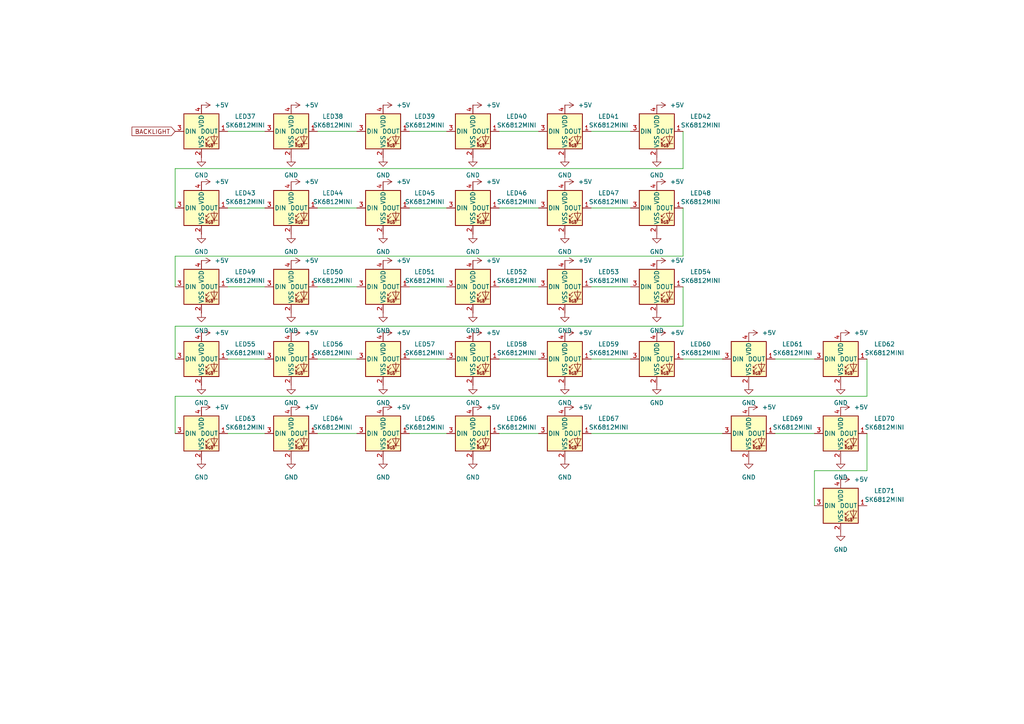
<source format=kicad_sch>
(kicad_sch (version 20211123) (generator eeschema)
  (paper "A4")
  (lib_symbols
    (symbol "LED:SK6812MINI" (pin_names (offset 0.254))
      (property "Reference" "D" (at 5.08 5.715 0))
      (property "Value" "SK6812MINI" (at 1.27 -5.715 0))
      (symbol "SK6812MINI_0_0"
        (text "RGB" (at 2.286 -4.191 0) (effects (font (size 0.762 0.762))))
      )
      (symbol "SK6812MINI_0_1"
        (polyline (pts (xy 1.27 -3.556) (xy 1.778 -3.556)))
        (polyline (pts (xy 1.27 -2.54) (xy 1.778 -2.54)))
        (polyline (pts (xy 4.699 -3.556) (xy 2.667 -3.556)))
        (polyline (pts (xy 2.286 -2.54) (xy 1.27 -3.556) (xy 1.27 -3.048)))
        (polyline (pts (xy 2.286 -1.524) (xy 1.27 -2.54) (xy 1.27 -2.032)))
        (polyline (pts (xy 3.683 -1.016) (xy 3.683 -3.556) (xy 3.683 -4.064)))
        (polyline (pts (xy 4.699 -1.524) (xy 2.667 -1.524) (xy 3.683 -3.556) (xy 4.699 -1.524)))
        (rectangle (start 5.08 5.08) (end -5.08 -5.08) (stroke (width 0.254)) (fill (type background)))
      )
      (symbol "SK6812MINI_1_1"
        (pin output line (at 7.62 0 180) (length 2.54) (name "DOUT") (number "1"))
        (pin power_in line (at 0 -7.62 90) (length 2.54) (name "VSS") (number "2"))
        (pin input line (at -7.62 0 0) (length 2.54) (name "DIN") (number "3"))
        (pin power_in line (at 0 7.62 270) (length 2.54) (name "VDD") (number "4"))
      )
    )
    (symbol "power:+5V" (power) (pin_names (offset 0))
      (property "Value" "+5V" (at 0 3.556 0))
      (symbol "+5V_0_1"
        (polyline (pts (xy -0.762 1.27) (xy 0 2.54)))
        (polyline (pts (xy 0 0) (xy 0 2.54)))
        (polyline (pts (xy 0 2.54) (xy 0.762 1.27)))
      )
      (symbol "+5V_1_1"
        (pin power_in line (at 0 0 90) (length 0) hide (name "+5V") (number "1"))
      )
    )
    (symbol "power:GND" (power) (pin_names (offset 0))
      (property "Value" "GND" (at 0 -3.81 0))
      (symbol "GND_0_1"
        (polyline (pts (xy 0 0) (xy 0 -1.27) (xy 1.27 -1.27) (xy 0 -2.54) (xy -1.27 -1.27) (xy 0 -1.27)))
      )
      (symbol "GND_1_1"
        (pin power_in line (at 0 0 270) (length 0) hide (name "GND") (number "1"))
      )
    )
  )
  (wire (pts (xy 224.79 125.73) (xy 236.22 125.73)))
  (wire (pts (xy 66.04 60.325) (xy 76.835 60.325)))
  (wire (pts (xy 118.745 60.325) (xy 129.54 60.325)))
  (wire (pts (xy 224.79 104.14) (xy 236.22 104.14)))
  (wire (pts (xy 50.8 48.895) (xy 50.8 60.325)))
  (wire (pts (xy 66.04 83.185) (xy 76.835 83.185)))
  (wire (pts (xy 144.78 60.325) (xy 156.21 60.325)))
  (wire (pts (xy 251.46 104.14) (xy 251.46 114.935)))
  (wire (pts (xy 171.45 104.14) (xy 182.88 104.14)))
  (wire (pts (xy 198.12 74.295) (xy 50.8 74.295)))
  (wire (pts (xy 144.78 38.1) (xy 156.21 38.1)))
  (wire (pts (xy 50.8 94.615) (xy 50.8 104.14)))
  (wire (pts (xy 144.78 104.14) (xy 156.21 104.14)))
  (wire (pts (xy 198.12 38.1) (xy 198.12 48.895)))
  (wire (pts (xy 66.04 38.1) (xy 76.835 38.1)))
  (wire (pts (xy 171.45 83.185) (xy 182.88 83.185)))
  (wire (pts (xy 198.12 83.185) (xy 198.12 94.615)))
  (wire (pts (xy 198.12 60.325) (xy 198.12 74.295)))
  (wire (pts (xy 66.04 104.14) (xy 76.835 104.14)))
  (wire (pts (xy 50.8 114.935) (xy 50.8 125.73)))
  (wire (pts (xy 50.8 74.295) (xy 50.8 83.185)))
  (wire (pts (xy 251.46 114.935) (xy 50.8 114.935)))
  (wire (pts (xy 171.45 60.325) (xy 182.88 60.325)))
  (wire (pts (xy 251.46 125.73) (xy 251.46 136.525)))
  (wire (pts (xy 92.075 83.185) (xy 103.505 83.185)))
  (wire (pts (xy 92.075 60.325) (xy 103.505 60.325)))
  (wire (pts (xy 144.78 125.73) (xy 156.21 125.73)))
  (wire (pts (xy 118.745 104.14) (xy 129.54 104.14)))
  (wire (pts (xy 251.46 136.525) (xy 236.22 136.525)))
  (wire (pts (xy 236.22 136.525) (xy 236.22 146.685)))
  (wire (pts (xy 198.12 94.615) (xy 50.8 94.615)))
  (wire (pts (xy 198.12 48.895) (xy 50.8 48.895)))
  (wire (pts (xy 144.78 83.185) (xy 156.21 83.185)))
  (wire (pts (xy 171.45 38.1) (xy 182.88 38.1)))
  (wire (pts (xy 118.745 125.73) (xy 129.54 125.73)))
  (wire (pts (xy 92.075 38.1) (xy 103.505 38.1)))
  (wire (pts (xy 171.45 125.73) (xy 209.55 125.73)))
  (wire (pts (xy 118.745 38.1) (xy 129.54 38.1)))
  (wire (pts (xy 198.12 104.14) (xy 209.55 104.14)))
  (wire (pts (xy 118.745 83.185) (xy 129.54 83.185)))
  (wire (pts (xy 66.04 125.73) (xy 76.835 125.73)))
  (wire (pts (xy 92.075 125.73) (xy 103.505 125.73)))
  (wire (pts (xy 92.075 104.14) (xy 103.505 104.14)))
  (global_label "BACKLIGHT" (shape input) (at 50.8 38.1 180) (property "Intersheet References" "${INTERSHEET_REFS}" (effects hide)))
  (symbol (lib_id "power:GND") (at 243.84 111.76 0) (unit 1)
    (property "Reference" "#PWR0146" (effects hide))
    (property "Value" "GND" (at 243.84 116.84 0))
  )
  (symbol (lib_id "LED:SK6812MINI") (at 163.83 104.14 0) (unit 1)
    (property "Reference" "LED59" (at 176.53 99.8093 0))
    (property "Value" "SK6812MINI" (at 176.53 102.3493 0))
    (property "Footprint" "Keebio-parts:SK6812-MINI-E" (effects hide))
    (property "Datasheet" "https://cdn-shop.adafruit.com/product-files/2686/SK6812MINI_REV.01-1-2.pdf" (effects hide))
  )
  (symbol (lib_id "LED:SK6812MINI") (at 84.455 83.185 0) (unit 1)
    (property "Reference" "LED50" (at 96.52 78.8543 0))
    (property "Value" "SK6812MINI" (at 96.52 81.3943 0))
    (property "Footprint" "Keebio-parts:SK6812-MINI-E" (effects hide))
    (property "Datasheet" "https://cdn-shop.adafruit.com/product-files/2686/SK6812MINI_REV.01-1-2.pdf" (effects hide))
  )
  (symbol (lib_id "power:GND") (at 84.455 111.76 0) (unit 1)
    (property "Reference" "#PWR0129" (effects hide))
    (property "Value" "GND" (at 84.455 116.84 0))
  )
  (symbol (lib_id "LED:SK6812MINI") (at 243.84 104.14 0) (unit 1)
    (property "Reference" "LED62" (at 256.54 99.8093 0))
    (property "Value" "SK6812MINI" (at 256.54 102.3493 0))
    (property "Footprint" "Keebio-parts:SK6812-MINI-E" (effects hide))
    (property "Datasheet" "https://cdn-shop.adafruit.com/product-files/2686/SK6812MINI_REV.01-1-2.pdf" (effects hide))
  )
  (symbol (lib_id "LED:SK6812MINI") (at 58.42 125.73 0) (unit 1)
    (property "Reference" "LED63" (at 71.12 121.3993 0))
    (property "Value" "SK6812MINI" (at 71.12 123.9393 0))
    (property "Footprint" "Keebio-parts:SK6812-MINI-E" (effects hide))
    (property "Datasheet" "https://cdn-shop.adafruit.com/product-files/2686/SK6812MINI_REV.01-1-2.pdf" (effects hide))
  )
  (symbol (lib_id "power:GND") (at 111.125 133.35 0) (unit 1)
    (property "Reference" "#PWR0137" (effects hide))
    (property "Value" "GND" (at 111.125 138.43 0))
  )
  (symbol (lib_id "power:GND") (at 137.16 90.805 0) (unit 1)
    (property "Reference" "#PWR0119" (effects hide))
    (property "Value" "GND" (at 137.16 95.885 0))
  )
  (symbol (lib_id "LED:SK6812MINI") (at 111.125 38.1 0) (unit 1)
    (property "Reference" "LED39" (at 123.19 33.7693 0))
    (property "Value" "SK6812MINI" (at 123.19 36.3093 0))
    (property "Footprint" "Keebio-parts:SK6812-MINI-E" (effects hide))
    (property "Datasheet" "https://cdn-shop.adafruit.com/product-files/2686/SK6812MINI_REV.01-1-2.pdf" (effects hide))
  )
  (symbol (lib_id "power:+5V") (at 111.125 118.11 270) (unit 1)
    (property "Reference" "#PWR0139" (effects hide))
    (property "Value" "+5V" (at 114.935 118.1099 90) (effects (justify left)))
  )
  (symbol (lib_id "power:+5V") (at 58.42 96.52 270) (unit 1)
    (property "Reference" "#PWR0141" (effects hide))
    (property "Value" "+5V" (at 62.23 96.5199 90) (effects (justify left)))
  )
  (symbol (lib_id "power:+5V") (at 84.455 75.565 270) (unit 1)
    (property "Reference" "#PWR0130" (effects hide))
    (property "Value" "+5V" (at 88.265 75.5649 90) (effects (justify left)))
  )
  (symbol (lib_id "power:GND") (at 58.42 133.35 0) (unit 1)
    (property "Reference" "#PWR0135" (effects hide))
    (property "Value" "GND" (at 58.42 138.43 0))
  )
  (symbol (lib_id "LED:SK6812MINI") (at 84.455 104.14 0) (unit 1)
    (property "Reference" "LED56" (at 96.52 99.8093 0))
    (property "Value" "SK6812MINI" (at 96.52 102.3493 0))
    (property "Footprint" "Keebio-parts:SK6812-MINI-E" (effects hide))
    (property "Datasheet" "https://cdn-shop.adafruit.com/product-files/2686/SK6812MINI_REV.01-1-2.pdf" (effects hide))
  )
  (symbol (lib_id "LED:SK6812MINI") (at 111.125 83.185 0) (unit 1)
    (property "Reference" "LED51" (at 123.19 78.8543 0))
    (property "Value" "SK6812MINI" (at 123.19 81.3943 0))
    (property "Footprint" "Keebio-parts:SK6812-MINI-E" (effects hide))
    (property "Datasheet" "https://cdn-shop.adafruit.com/product-files/2686/SK6812MINI_REV.01-1-2.pdf" (effects hide))
  )
  (symbol (lib_id "LED:SK6812MINI") (at 111.125 125.73 0) (unit 1)
    (property "Reference" "LED65" (at 123.19 121.3993 0))
    (property "Value" "SK6812MINI" (at 123.19 123.9393 0))
    (property "Footprint" "Keebio-parts:SK6812-MINI-E" (effects hide))
    (property "Datasheet" "https://cdn-shop.adafruit.com/product-files/2686/SK6812MINI_REV.01-1-2.pdf" (effects hide))
  )
  (symbol (lib_id "power:GND") (at 243.84 133.35 0) (unit 1)
    (property "Reference" "#PWR0161" (effects hide))
    (property "Value" "GND" (at 243.84 138.43 0))
  )
  (symbol (lib_id "power:GND") (at 84.455 67.945 0) (unit 1)
    (property "Reference" "#PWR0170" (effects hide))
    (property "Value" "GND" (at 84.455 73.025 0))
  )
  (symbol (lib_id "LED:SK6812MINI") (at 58.42 104.14 0) (unit 1)
    (property "Reference" "LED55" (at 71.12 99.8093 0))
    (property "Value" "SK6812MINI" (at 71.12 102.3493 0))
    (property "Footprint" "Keebio-parts:SK6812-MINI-E" (effects hide))
    (property "Datasheet" "https://cdn-shop.adafruit.com/product-files/2686/SK6812MINI_REV.01-1-2.pdf" (effects hide))
  )
  (symbol (lib_id "power:+5V") (at 243.84 118.11 270) (unit 1)
    (property "Reference" "#PWR0148" (effects hide))
    (property "Value" "+5V" (at 247.65 118.1099 90) (effects (justify left)))
  )
  (symbol (lib_id "power:+5V") (at 111.125 30.48 270) (unit 1)
    (property "Reference" "#PWR0165" (effects hide))
    (property "Value" "+5V" (at 114.935 30.4799 90) (effects (justify left)))
  )
  (symbol (lib_id "LED:SK6812MINI") (at 190.5 38.1 0) (unit 1)
    (property "Reference" "LED42" (at 203.2 33.7693 0))
    (property "Value" "SK6812MINI" (at 203.2 36.3093 0))
    (property "Footprint" "Keebio-parts:SK6812-MINI-E" (effects hide))
    (property "Datasheet" "https://cdn-shop.adafruit.com/product-files/2686/SK6812MINI_REV.01-1-2.pdf" (effects hide))
  )
  (symbol (lib_id "LED:SK6812MINI") (at 111.125 60.325 0) (unit 1)
    (property "Reference" "LED45" (at 123.19 55.9943 0))
    (property "Value" "SK6812MINI" (at 123.19 58.5343 0))
    (property "Footprint" "Keebio-parts:SK6812-MINI-E" (effects hide))
    (property "Datasheet" "https://cdn-shop.adafruit.com/product-files/2686/SK6812MINI_REV.01-1-2.pdf" (effects hide))
  )
  (symbol (lib_id "power:GND") (at 137.16 45.72 0) (unit 1)
    (property "Reference" "#PWR0115" (effects hide))
    (property "Value" "GND" (at 137.16 50.8 0))
  )
  (symbol (lib_id "power:+5V") (at 58.42 118.11 270) (unit 1)
    (property "Reference" "#PWR0136" (effects hide))
    (property "Value" "+5V" (at 62.23 118.1099 90) (effects (justify left)))
  )
  (symbol (lib_id "power:GND") (at 217.17 111.76 0) (unit 1)
    (property "Reference" "#PWR0149" (effects hide))
    (property "Value" "GND" (at 217.17 116.84 0))
  )
  (symbol (lib_id "power:GND") (at 111.125 90.805 0) (unit 1)
    (property "Reference" "#PWR0132" (effects hide))
    (property "Value" "GND" (at 111.125 95.885 0))
  )
  (symbol (lib_id "power:GND") (at 190.5 45.72 0) (unit 1)
    (property "Reference" "#PWR0108" (effects hide))
    (property "Value" "GND" (at 190.5 50.8 0))
  )
  (symbol (lib_id "LED:SK6812MINI") (at 84.455 38.1 0) (unit 1)
    (property "Reference" "LED38" (at 96.52 33.7693 0))
    (property "Value" "SK6812MINI" (at 96.52 36.3093 0))
    (property "Footprint" "Keebio-parts:SK6812-MINI-E" (effects hide))
    (property "Datasheet" "https://cdn-shop.adafruit.com/product-files/2686/SK6812MINI_REV.01-1-2.pdf" (effects hide))
  )
  (symbol (lib_id "power:+5V") (at 111.125 52.705 270) (unit 1)
    (property "Reference" "#PWR0166" (effects hide))
    (property "Value" "+5V" (at 114.935 52.7049 90) (effects (justify left)))
  )
  (symbol (lib_id "power:+5V") (at 84.455 30.48 270) (unit 1)
    (property "Reference" "#PWR0172" (effects hide))
    (property "Value" "+5V" (at 88.265 30.4799 90) (effects (justify left)))
  )
  (symbol (lib_id "power:+5V") (at 137.16 75.565 270) (unit 1)
    (property "Reference" "#PWR0120" (effects hide))
    (property "Value" "+5V" (at 140.97 75.5649 90) (effects (justify left)))
  )
  (symbol (lib_id "LED:SK6812MINI") (at 190.5 83.185 0) (unit 1)
    (property "Reference" "LED54" (at 203.2 78.8543 0))
    (property "Value" "SK6812MINI" (at 203.2 81.3943 0))
    (property "Footprint" "Keebio-parts:SK6812-MINI-E" (effects hide))
    (property "Datasheet" "https://cdn-shop.adafruit.com/product-files/2686/SK6812MINI_REV.01-1-2.pdf" (effects hide))
  )
  (symbol (lib_id "power:GND") (at 190.5 67.945 0) (unit 1)
    (property "Reference" "#PWR0152" (effects hide))
    (property "Value" "GND" (at 190.5 73.025 0))
  )
  (symbol (lib_id "power:+5V") (at 243.84 96.52 270) (unit 1)
    (property "Reference" "#PWR0147" (effects hide))
    (property "Value" "+5V" (at 247.65 96.5199 90) (effects (justify left)))
  )
  (symbol (lib_id "power:+5V") (at 58.42 75.565 270) (unit 1)
    (property "Reference" "#PWR0140" (effects hide))
    (property "Value" "+5V" (at 62.23 75.5649 90) (effects (justify left)))
  )
  (symbol (lib_id "LED:SK6812MINI") (at 243.84 146.685 0) (unit 1)
    (property "Reference" "LED71" (at 256.54 142.3543 0))
    (property "Value" "SK6812MINI" (at 256.54 144.8943 0))
    (property "Footprint" "Keebio-parts:SK6812-MINI-E" (effects hide))
    (property "Datasheet" "https://cdn-shop.adafruit.com/product-files/2686/SK6812MINI_REV.01-1-2.pdf" (effects hide))
  )
  (symbol (lib_id "LED:SK6812MINI") (at 58.42 60.325 0) (unit 1)
    (property "Reference" "LED43" (at 71.12 55.9943 0))
    (property "Value" "SK6812MINI" (at 71.12 58.5343 0))
    (property "Footprint" "Keebio-parts:SK6812-MINI-E" (effects hide))
    (property "Datasheet" "https://cdn-shop.adafruit.com/product-files/2686/SK6812MINI_REV.01-1-2.pdf" (effects hide))
  )
  (symbol (lib_id "power:+5V") (at 190.5 96.52 270) (unit 1)
    (property "Reference" "#PWR0155" (effects hide))
    (property "Value" "+5V" (at 194.31 96.5199 90) (effects (justify left)))
  )
  (symbol (lib_id "power:GND") (at 190.5 111.76 0) (unit 1)
    (property "Reference" "#PWR0158" (effects hide))
    (property "Value" "GND" (at 190.5 116.84 0))
  )
  (symbol (lib_id "power:GND") (at 243.84 154.305 0) (unit 1)
    (property "Reference" "#PWR0156" (effects hide))
    (property "Value" "GND" (at 243.84 159.385 0))
  )
  (symbol (lib_id "power:+5V") (at 163.83 30.48 270) (unit 1)
    (property "Reference" "#PWR0113" (effects hide))
    (property "Value" "+5V" (at 167.64 30.4799 90) (effects (justify left)))
  )
  (symbol (lib_id "power:+5V") (at 84.455 52.705 270) (unit 1)
    (property "Reference" "#PWR0171" (effects hide))
    (property "Value" "+5V" (at 88.265 52.7049 90) (effects (justify left)))
  )
  (symbol (lib_id "power:+5V") (at 163.83 96.52 270) (unit 1)
    (property "Reference" "#PWR0107" (effects hide))
    (property "Value" "+5V" (at 167.64 96.5199 90) (effects (justify left)))
  )
  (symbol (lib_id "LED:SK6812MINI") (at 217.17 125.73 0) (unit 1)
    (property "Reference" "LED69" (at 229.87 121.3993 0))
    (property "Value" "SK6812MINI" (at 229.87 123.9393 0))
    (property "Footprint" "Keebio-parts:SK6812-MINI-E" (effects hide))
    (property "Datasheet" "https://cdn-shop.adafruit.com/product-files/2686/SK6812MINI_REV.01-1-2.pdf" (effects hide))
  )
  (symbol (lib_id "power:GND") (at 163.83 111.76 0) (unit 1)
    (property "Reference" "#PWR0125" (effects hide))
    (property "Value" "GND" (at 163.83 116.84 0))
  )
  (symbol (lib_id "power:+5V") (at 137.16 52.705 270) (unit 1)
    (property "Reference" "#PWR0118" (effects hide))
    (property "Value" "+5V" (at 140.97 52.7049 90) (effects (justify left)))
  )
  (symbol (lib_id "power:GND") (at 137.16 133.35 0) (unit 1)
    (property "Reference" "#PWR0123" (effects hide))
    (property "Value" "GND" (at 137.16 138.43 0))
  )
  (symbol (lib_id "power:GND") (at 163.83 67.945 0) (unit 1)
    (property "Reference" "#PWR0112" (effects hide))
    (property "Value" "GND" (at 163.83 73.025 0))
  )
  (symbol (lib_id "power:+5V") (at 58.42 30.48 270) (unit 1)
    (property "Reference" "#PWR0168" (effects hide))
    (property "Value" "+5V" (at 62.23 30.4799 90) (effects (justify left)))
  )
  (symbol (lib_id "LED:SK6812MINI") (at 137.16 60.325 0) (unit 1)
    (property "Reference" "LED46" (at 149.86 55.9943 0))
    (property "Value" "SK6812MINI" (at 149.86 58.5343 0))
    (property "Footprint" "Keebio-parts:SK6812-MINI-E" (effects hide))
    (property "Datasheet" "https://cdn-shop.adafruit.com/product-files/2686/SK6812MINI_REV.01-1-2.pdf" (effects hide))
  )
  (symbol (lib_id "power:+5V") (at 111.125 96.52 270) (unit 1)
    (property "Reference" "#PWR0134" (effects hide))
    (property "Value" "+5V" (at 114.935 96.5199 90) (effects (justify left)))
  )
  (symbol (lib_id "LED:SK6812MINI") (at 58.42 38.1 0) (unit 1)
    (property "Reference" "LED37" (at 71.12 33.7693 0))
    (property "Value" "SK6812MINI" (at 71.12 36.3093 0))
    (property "Footprint" "Keebio-parts:SK6812-MINI-E" (effects hide))
    (property "Datasheet" "https://cdn-shop.adafruit.com/product-files/2686/SK6812MINI_REV.01-1-2.pdf" (effects hide))
  )
  (symbol (lib_id "power:+5V") (at 163.83 75.565 270) (unit 1)
    (property "Reference" "#PWR0106" (effects hide))
    (property "Value" "+5V" (at 167.64 75.5649 90) (effects (justify left)))
  )
  (symbol (lib_id "power:+5V") (at 217.17 96.52 270) (unit 1)
    (property "Reference" "#PWR0150" (effects hide))
    (property "Value" "+5V" (at 220.98 96.5199 90) (effects (justify left)))
  )
  (symbol (lib_id "power:+5V") (at 243.84 139.065 270) (unit 1)
    (property "Reference" "#PWR0157" (effects hide))
    (property "Value" "+5V" (at 247.65 139.0649 90) (effects (justify left)))
  )
  (symbol (lib_id "LED:SK6812MINI") (at 243.84 125.73 0) (unit 1)
    (property "Reference" "LED70" (at 256.54 121.3993 0))
    (property "Value" "SK6812MINI" (at 256.54 123.9393 0))
    (property "Footprint" "Keebio-parts:SK6812-MINI-E" (effects hide))
    (property "Datasheet" "https://cdn-shop.adafruit.com/product-files/2686/SK6812MINI_REV.01-1-2.pdf" (effects hide))
  )
  (symbol (lib_id "power:GND") (at 58.42 67.945 0) (unit 1)
    (property "Reference" "#PWR0173" (effects hide))
    (property "Value" "GND" (at 58.42 73.025 0))
  )
  (symbol (lib_id "LED:SK6812MINI") (at 190.5 60.325 0) (unit 1)
    (property "Reference" "LED48" (at 203.2 55.9943 0))
    (property "Value" "SK6812MINI" (at 203.2 58.5343 0))
    (property "Footprint" "Keebio-parts:SK6812-MINI-E" (effects hide))
    (property "Datasheet" "https://cdn-shop.adafruit.com/product-files/2686/SK6812MINI_REV.01-1-2.pdf" (effects hide))
  )
  (symbol (lib_id "power:+5V") (at 163.83 118.11 270) (unit 1)
    (property "Reference" "#PWR0127" (effects hide))
    (property "Value" "+5V" (at 167.64 118.1099 90) (effects (justify left)))
  )
  (symbol (lib_id "LED:SK6812MINI") (at 58.42 83.185 0) (unit 1)
    (property "Reference" "LED49" (at 71.12 78.8543 0))
    (property "Value" "SK6812MINI" (at 71.12 81.3943 0))
    (property "Footprint" "Keebio-parts:SK6812-MINI-E" (effects hide))
    (property "Datasheet" "https://cdn-shop.adafruit.com/product-files/2686/SK6812MINI_REV.01-1-2.pdf" (effects hide))
  )
  (symbol (lib_id "LED:SK6812MINI") (at 137.16 125.73 0) (unit 1)
    (property "Reference" "LED66" (at 149.86 121.3993 0))
    (property "Value" "SK6812MINI" (at 149.86 123.9393 0))
    (property "Footprint" "Keebio-parts:SK6812-MINI-E" (effects hide))
    (property "Datasheet" "https://cdn-shop.adafruit.com/product-files/2686/SK6812MINI_REV.01-1-2.pdf" (effects hide))
  )
  (symbol (lib_id "power:GND") (at 84.455 90.805 0) (unit 1)
    (property "Reference" "#PWR0128" (effects hide))
    (property "Value" "GND" (at 84.455 95.885 0))
  )
  (symbol (lib_id "power:GND") (at 111.125 67.945 0) (unit 1)
    (property "Reference" "#PWR0164" (effects hide))
    (property "Value" "GND" (at 111.125 73.025 0))
  )
  (symbol (lib_id "power:+5V") (at 137.16 118.11 270) (unit 1)
    (property "Reference" "#PWR0124" (effects hide))
    (property "Value" "+5V" (at 140.97 118.1099 90) (effects (justify left)))
  )
  (symbol (lib_id "power:GND") (at 137.16 67.945 0) (unit 1)
    (property "Reference" "#PWR0116" (effects hide))
    (property "Value" "GND" (at 137.16 73.025 0))
  )
  (symbol (lib_id "power:+5V") (at 84.455 96.52 270) (unit 1)
    (property "Reference" "#PWR0131" (effects hide))
    (property "Value" "+5V" (at 88.265 96.5199 90) (effects (justify left)))
  )
  (symbol (lib_id "power:+5V") (at 58.42 52.705 270) (unit 1)
    (property "Reference" "#PWR0174" (effects hide))
    (property "Value" "+5V" (at 62.23 52.7049 90) (effects (justify left)))
  )
  (symbol (lib_id "power:+5V") (at 190.5 30.48 270) (unit 1)
    (property "Reference" "#PWR0109" (effects hide))
    (property "Value" "+5V" (at 194.31 30.4799 90) (effects (justify left)))
  )
  (symbol (lib_id "LED:SK6812MINI") (at 163.83 83.185 0) (unit 1)
    (property "Reference" "LED53" (at 176.53 78.8543 0))
    (property "Value" "SK6812MINI" (at 176.53 81.3943 0))
    (property "Footprint" "Keebio-parts:SK6812-MINI-E" (effects hide))
    (property "Datasheet" "https://cdn-shop.adafruit.com/product-files/2686/SK6812MINI_REV.01-1-2.pdf" (effects hide))
  )
  (symbol (lib_id "power:GND") (at 163.83 90.805 0) (unit 1)
    (property "Reference" "#PWR0105" (effects hide))
    (property "Value" "GND" (at 163.83 95.885 0))
  )
  (symbol (lib_id "LED:SK6812MINI") (at 163.83 38.1 0) (unit 1)
    (property "Reference" "LED41" (at 176.53 33.7693 0))
    (property "Value" "SK6812MINI" (at 176.53 36.3093 0))
    (property "Footprint" "Keebio-parts:SK6812-MINI-E" (effects hide))
    (property "Datasheet" "https://cdn-shop.adafruit.com/product-files/2686/SK6812MINI_REV.01-1-2.pdf" (effects hide))
  )
  (symbol (lib_id "power:GND") (at 58.42 45.72 0) (unit 1)
    (property "Reference" "#PWR0167" (effects hide))
    (property "Value" "GND" (at 58.42 50.8 0))
  )
  (symbol (lib_id "LED:SK6812MINI") (at 217.17 104.14 0) (unit 1)
    (property "Reference" "LED61" (at 229.87 99.8093 0))
    (property "Value" "SK6812MINI" (at 229.87 102.3493 0))
    (property "Footprint" "Keebio-parts:SK6812-MINI-E" (effects hide))
    (property "Datasheet" "https://cdn-shop.adafruit.com/product-files/2686/SK6812MINI_REV.01-1-2.pdf" (effects hide))
  )
  (symbol (lib_id "power:GND") (at 58.42 90.805 0) (unit 1)
    (property "Reference" "#PWR0142" (effects hide))
    (property "Value" "GND" (at 58.42 95.885 0))
  )
  (symbol (lib_id "power:GND") (at 58.42 111.76 0) (unit 1)
    (property "Reference" "#PWR0143" (effects hide))
    (property "Value" "GND" (at 58.42 116.84 0))
  )
  (symbol (lib_id "power:+5V") (at 217.17 118.11 270) (unit 1)
    (property "Reference" "#PWR0151" (effects hide))
    (property "Value" "+5V" (at 220.98 118.1099 90) (effects (justify left)))
  )
  (symbol (lib_id "power:GND") (at 84.455 45.72 0) (unit 1)
    (property "Reference" "#PWR0169" (effects hide))
    (property "Value" "GND" (at 84.455 50.8 0))
  )
  (symbol (lib_id "power:+5V") (at 137.16 30.48 270) (unit 1)
    (property "Reference" "#PWR0117" (effects hide))
    (property "Value" "+5V" (at 140.97 30.4799 90) (effects (justify left)))
  )
  (symbol (lib_id "power:GND") (at 217.17 133.35 0) (unit 1)
    (property "Reference" "#PWR0162" (effects hide))
    (property "Value" "GND" (at 217.17 138.43 0))
  )
  (symbol (lib_id "LED:SK6812MINI") (at 111.125 104.14 0) (unit 1)
    (property "Reference" "LED57" (at 123.19 99.8093 0))
    (property "Value" "SK6812MINI" (at 123.19 102.3493 0))
    (property "Footprint" "Keebio-parts:SK6812-MINI-E" (effects hide))
    (property "Datasheet" "https://cdn-shop.adafruit.com/product-files/2686/SK6812MINI_REV.01-1-2.pdf" (effects hide))
  )
  (symbol (lib_id "power:+5V") (at 137.16 96.52 270) (unit 1)
    (property "Reference" "#PWR0121" (effects hide))
    (property "Value" "+5V" (at 140.97 96.5199 90) (effects (justify left)))
  )
  (symbol (lib_id "power:+5V") (at 84.455 118.11 270) (unit 1)
    (property "Reference" "#PWR0145" (effects hide))
    (property "Value" "+5V" (at 88.265 118.1099 90) (effects (justify left)))
  )
  (symbol (lib_id "power:GND") (at 111.125 45.72 0) (unit 1)
    (property "Reference" "#PWR0163" (effects hide))
    (property "Value" "GND" (at 111.125 50.8 0))
  )
  (symbol (lib_id "LED:SK6812MINI") (at 137.16 104.14 0) (unit 1)
    (property "Reference" "LED58" (at 149.86 99.8093 0))
    (property "Value" "SK6812MINI" (at 149.86 102.3493 0))
    (property "Footprint" "Keebio-parts:SK6812-MINI-E" (effects hide))
    (property "Datasheet" "https://cdn-shop.adafruit.com/product-files/2686/SK6812MINI_REV.01-1-2.pdf" (effects hide))
  )
  (symbol (lib_id "LED:SK6812MINI") (at 84.455 60.325 0) (unit 1)
    (property "Reference" "LED44" (at 96.52 55.9943 0))
    (property "Value" "SK6812MINI" (at 96.52 58.5343 0))
    (property "Footprint" "Keebio-parts:SK6812-MINI-E" (effects hide))
    (property "Datasheet" "https://cdn-shop.adafruit.com/product-files/2686/SK6812MINI_REV.01-1-2.pdf" (effects hide))
  )
  (symbol (lib_id "LED:SK6812MINI") (at 84.455 125.73 0) (unit 1)
    (property "Reference" "LED64" (at 96.52 121.3993 0))
    (property "Value" "SK6812MINI" (at 96.52 123.9393 0))
    (property "Footprint" "Keebio-parts:SK6812-MINI-E" (effects hide))
    (property "Datasheet" "https://cdn-shop.adafruit.com/product-files/2686/SK6812MINI_REV.01-1-2.pdf" (effects hide))
  )
  (symbol (lib_id "LED:SK6812MINI") (at 137.16 83.185 0) (unit 1)
    (property "Reference" "LED52" (at 149.86 78.8543 0))
    (property "Value" "SK6812MINI" (at 149.86 81.3943 0))
    (property "Footprint" "Keebio-parts:SK6812-MINI-E" (effects hide))
    (property "Datasheet" "https://cdn-shop.adafruit.com/product-files/2686/SK6812MINI_REV.01-1-2.pdf" (effects hide))
  )
  (symbol (lib_id "power:GND") (at 163.83 133.35 0) (unit 1)
    (property "Reference" "#PWR0126" (effects hide))
    (property "Value" "GND" (at 163.83 138.43 0))
  )
  (symbol (lib_id "LED:SK6812MINI") (at 137.16 38.1 0) (unit 1)
    (property "Reference" "LED40" (at 149.86 33.7693 0))
    (property "Value" "SK6812MINI" (at 149.86 36.3093 0))
    (property "Footprint" "Keebio-parts:SK6812-MINI-E" (effects hide))
    (property "Datasheet" "https://cdn-shop.adafruit.com/product-files/2686/SK6812MINI_REV.01-1-2.pdf" (effects hide))
  )
  (symbol (lib_id "power:+5V") (at 163.83 52.705 270) (unit 1)
    (property "Reference" "#PWR0114" (effects hide))
    (property "Value" "+5V" (at 167.64 52.7049 90) (effects (justify left)))
  )
  (symbol (lib_id "LED:SK6812MINI") (at 163.83 125.73 0) (unit 1)
    (property "Reference" "LED67" (at 176.53 121.3993 0))
    (property "Value" "SK6812MINI" (at 176.53 123.9393 0))
    (property "Footprint" "Keebio-parts:SK6812-MINI-E" (effects hide))
    (property "Datasheet" "https://cdn-shop.adafruit.com/product-files/2686/SK6812MINI_REV.01-1-2.pdf" (effects hide))
  )
  (symbol (lib_id "power:+5V") (at 190.5 75.565 270) (unit 1)
    (property "Reference" "#PWR0154" (effects hide))
    (property "Value" "+5V" (at 194.31 75.5649 90) (effects (justify left)))
  )
  (symbol (lib_id "power:GND") (at 190.5 90.805 0) (unit 1)
    (property "Reference" "#PWR0153" (effects hide))
    (property "Value" "GND" (at 190.5 95.885 0))
  )
  (symbol (lib_id "power:GND") (at 137.16 111.76 0) (unit 1)
    (property "Reference" "#PWR0122" (effects hide))
    (property "Value" "GND" (at 137.16 116.84 0))
  )
  (symbol (lib_id "power:GND") (at 84.455 133.35 0) (unit 1)
    (property "Reference" "#PWR0144" (effects hide))
    (property "Value" "GND" (at 84.455 138.43 0))
  )
  (symbol (lib_id "LED:SK6812MINI") (at 163.83 60.325 0) (unit 1)
    (property "Reference" "LED47" (at 176.53 55.9943 0))
    (property "Value" "SK6812MINI" (at 176.53 58.5343 0))
    (property "Footprint" "Keebio-parts:SK6812-MINI-E" (effects hide))
    (property "Datasheet" "https://cdn-shop.adafruit.com/product-files/2686/SK6812MINI_REV.01-1-2.pdf" (effects hide))
  )
  (symbol (lib_id "power:+5V") (at 190.5 52.705 270) (unit 1)
    (property "Reference" "#PWR0110" (effects hide))
    (property "Value" "+5V" (at 194.31 52.7049 90) (effects (justify left)))
  )
  (symbol (lib_id "LED:SK6812MINI") (at 190.5 104.14 0) (unit 1)
    (property "Reference" "LED60" (at 203.2 99.8093 0))
    (property "Value" "SK6812MINI" (at 203.2 102.3493 0))
    (property "Footprint" "Keebio-parts:SK6812-MINI-E" (effects hide))
    (property "Datasheet" "https://cdn-shop.adafruit.com/product-files/2686/SK6812MINI_REV.01-1-2.pdf" (effects hide))
  )
  (symbol (lib_id "power:GND") (at 163.83 45.72 0) (unit 1)
    (property "Reference" "#PWR0111" (effects hide))
    (property "Value" "GND" (at 163.83 50.8 0))
  )
  (symbol (lib_id "power:+5V") (at 111.125 75.565 270) (unit 1)
    (property "Reference" "#PWR0133" (effects hide))
    (property "Value" "+5V" (at 114.935 75.5649 90) (effects (justify left)))
  )
  (symbol (lib_id "power:GND") (at 111.125 111.76 0) (unit 1)
    (property "Reference" "#PWR0138" (effects hide))
    (property "Value" "GND" (at 111.125 116.84 0))
  )
)
</source>
